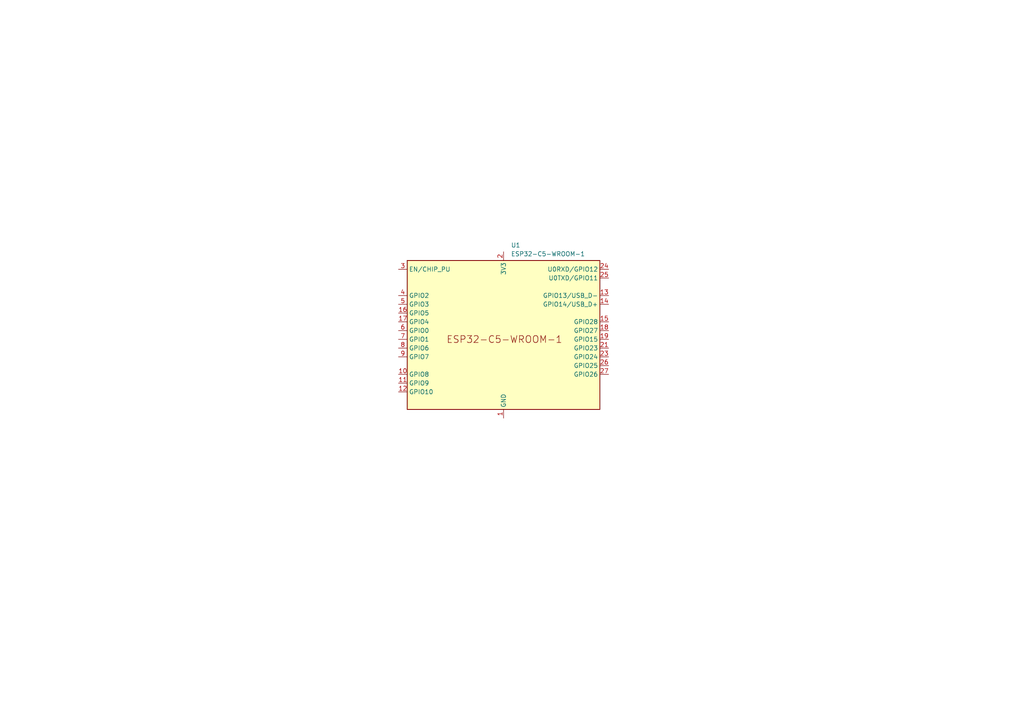
<source format=kicad_sch>
(kicad_sch (version 20250114) (generator "eeschema") (generator_version "9.0")
  (paper "A4")
  (lib_symbols
    (symbol "PCM_Espressif:ESP32-C5-WROOM-1"
      (property "Reference" "U" (at -28.194 27.178 0))
      (property "Value" "ESP32-C5-WROOM-1" (at -28.194 24.384 0))
      (symbol "ESP32-C5-WROOM-1_0_1"
        (rectangle (start -27.94 22.86) (end 27.94 -20.32) (stroke (width 0.254)) (fill (type background)))
      )
      (symbol "ESP32-C5-WROOM-1_1_1"
        (text "ESP32-C5-WROOM-1" (at 0.254 0 0) (effects (font (size 2 2))))
        (pin input line (at -30.48 20.32 0) (length 2.54) (name "EN/CHIP_PU") (number "3"))
        (pin bidirectional line (at -30.48 12.7 0) (length 2.54) (name "GPIO2") (number "4"))
        (pin bidirectional line (at -30.48 10.16 0) (length 2.54) (name "GPIO3") (number "5"))
        (pin bidirectional line (at -30.48 7.62 0) (length 2.54) (name "GPIO5") (number "16"))
        (pin bidirectional line (at -30.48 5.08 0) (length 2.54) (name "GPIO4") (number "17"))
        (pin bidirectional line (at -30.48 2.54 0) (length 2.54) (name "GPIO0") (number "6"))
        (pin bidirectional line (at -30.48 0 0) (length 2.54) (name "GPIO1") (number "7"))
        (pin bidirectional line (at -30.48 -2.54 0) (length 2.54) (name "GPIO6") (number "8"))
        (pin bidirectional line (at -30.48 -5.08 0) (length 2.54) (name "GPIO7") (number "9"))
        (pin bidirectional line (at -30.48 -10.16 0) (length 2.54) (name "GPIO8") (number "10"))
        (pin bidirectional line (at -30.48 -12.7 0) (length 2.54) (name "GPIO9") (number "11"))
        (pin bidirectional line (at -30.48 -15.24 0) (length 2.54) (name "GPIO10") (number "12"))
        (pin power_in line (at 0 25.4 270) (length 2.54) (name "3V3") (number "2"))
        (pin power_in line (at 0 -22.86 90) (length 2.54) (name "GND") (number "1"))
        (pin passive line (at 0 -22.86 90) (length 2.54) (hide yes) (name "GND") (number "28"))
        (pin passive line (at 0 -22.86 90) (length 2.54) (hide yes) (name "GND") (number "29"))
        (pin bidirectional line (at 30.48 20.32 180) (length 2.54) (name "U0RXD/GPIO12") (number "24"))
        (pin bidirectional line (at 30.48 17.78 180) (length 2.54) (name "U0TXD/GPIO11") (number "25"))
        (pin bidirectional line (at 30.48 12.7 180) (length 2.54) (name "GPIO13/USB_D-") (number "13"))
        (pin bidirectional line (at 30.48 10.16 180) (length 2.54) (name "GPIO14/USB_D+") (number "14"))
        (pin bidirectional line (at 30.48 5.08 180) (length 2.54) (name "GPIO28") (number "15"))
        (pin bidirectional line (at 30.48 2.54 180) (length 2.54) (name "GPIO27") (number "18"))
        (pin bidirectional line (at 30.48 0 180) (length 2.54) (name "GPIO15") (number "19"))
        (pin bidirectional line (at 30.48 -2.54 180) (length 2.54) (name "GPIO23") (number "21"))
        (pin bidirectional line (at 30.48 -5.08 180) (length 2.54) (name "GPIO24") (number "23"))
        (pin bidirectional line (at 30.48 -7.62 180) (length 2.54) (name "GPIO25") (number "26"))
        (pin bidirectional line (at 30.48 -10.16 180) (length 2.54) (name "GPIO26") (number "27"))
        (pin no_connect line (at 30.48 -12.7 180) (length 2.54) (hide yes) (name "NC") (number "20"))
        (pin no_connect line (at 30.48 -15.24 180) (length 2.54) (hide yes) (name "NC") (number "22"))
      )
    )
  )
  (symbol (lib_id "PCM_Espressif:ESP32-C5-WROOM-1") (at 146.05 98.425 0) (unit 1)
    (property "Reference" "U1" (at 148.1933 71.12 0) (effects (justify left)))
    (property "Value" "ESP32-C5-WROOM-1" (at 148.1933 73.66 0) (effects (justify left)))
    (property "Footprint" "PCM_Espressif:ESP32-C5-WROOM-1" (effects (hide yes)))
    (property "Description" "ESP32-C5-WROOM-1" (effects (hide yes)))
  )
)
</source>
